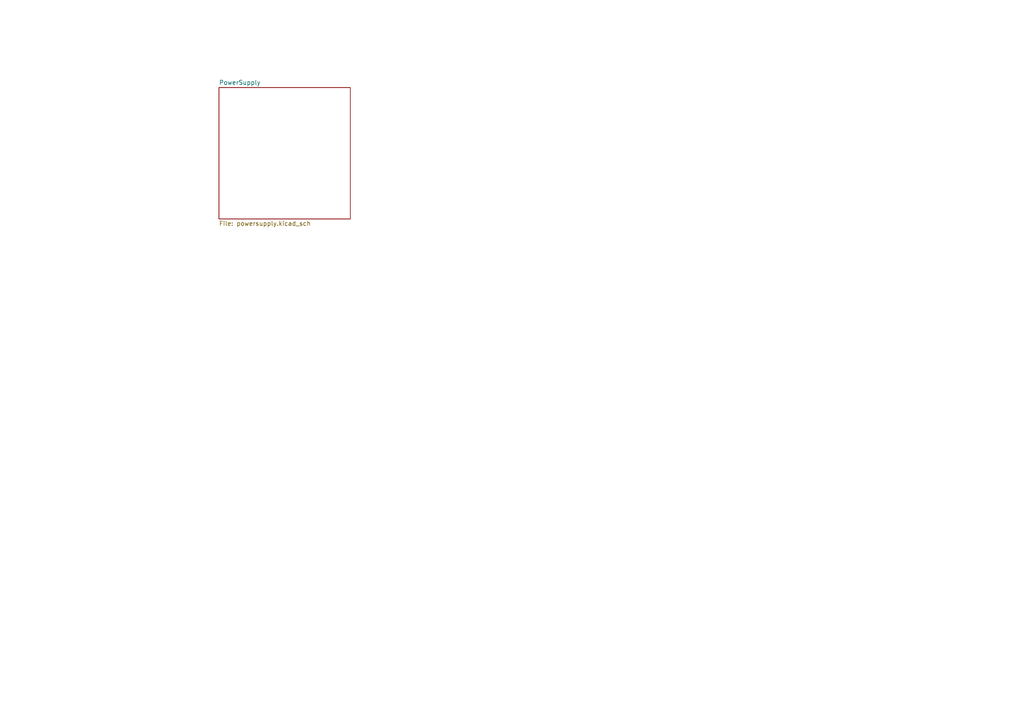
<source format=kicad_sch>
(kicad_sch
	(version 20250114)
	(generator "eeschema")
	(generator_version "9.0")
	(uuid "47b435bb-f49c-4d8c-ba63-545b494d9a7c")
	(paper "A4")
	(lib_symbols)
	(sheet
		(at 63.5 25.4)
		(size 38.1 38.1)
		(exclude_from_sim no)
		(in_bom yes)
		(on_board yes)
		(dnp no)
		(fields_autoplaced yes)
		(stroke
			(width 0.1524)
			(type solid)
		)
		(fill
			(color 0 0 0 0.0000)
		)
		(uuid "c1536610-8f44-422e-a6a9-d07937004f9e")
		(property "Sheetname" "PowerSupply"
			(at 63.5 24.6884 0)
			(effects
				(font
					(size 1.27 1.27)
				)
				(justify left bottom)
			)
		)
		(property "Sheetfile" "powersupply.kicad_sch"
			(at 63.5 64.0846 0)
			(effects
				(font
					(size 1.27 1.27)
				)
				(justify left top)
			)
		)
		(instances
			(project "fcu"
				(path "/47b435bb-f49c-4d8c-ba63-545b494d9a7c"
					(page "2")
				)
			)
		)
	)
	(sheet_instances
		(path "/"
			(page "1")
		)
	)
	(embedded_fonts no)
)

</source>
